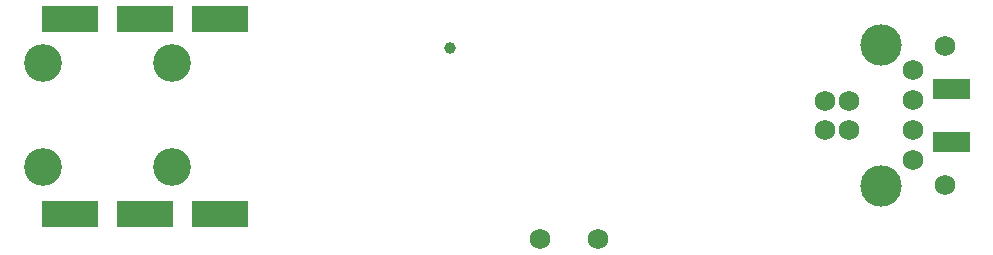
<source format=gbs>
G04*
G04 #@! TF.GenerationSoftware,Altium Limited,Altium Designer,23.3.1 (30)*
G04*
G04 Layer_Color=16711935*
%FSLAX44Y44*%
%MOMM*%
G71*
G04*
G04 #@! TF.SameCoordinates,32BE7C2C-7CF3-4A85-95D1-8DFA17E00509*
G04*
G04*
G04 #@! TF.FilePolarity,Negative*
G04*
G01*
G75*
%ADD36C,1.7272*%
%ADD37C,3.5032*%
%ADD40R,1.7027X1.7027*%
%ADD42R,4.7032X2.2032*%
%ADD43C,1.0032*%
%ADD44C,3.2032*%
D36*
X691541Y147754D02*
D03*
Y122754D02*
D03*
X711541Y122754D02*
D03*
Y147754D02*
D03*
X450330Y30960D02*
D03*
X499130D02*
D03*
X765990Y173504D02*
D03*
Y148104D02*
D03*
Y122704D02*
D03*
Y97304D02*
D03*
X792990Y76754D02*
D03*
Y193754D02*
D03*
D37*
X738641Y195254D02*
D03*
X738641Y75254D02*
D03*
D40*
X791466Y158018D02*
D03*
Y113060D02*
D03*
X805453Y158018D02*
D03*
Y113060D02*
D03*
D42*
X52502Y52240D02*
D03*
X116002D02*
D03*
X179502D02*
D03*
X52502Y217340D02*
D03*
X116002D02*
D03*
X179502D02*
D03*
D43*
X374174Y192500D02*
D03*
D44*
X139080Y179500D02*
D03*
Y92000D02*
D03*
X29080D02*
D03*
Y179500D02*
D03*
M02*

</source>
